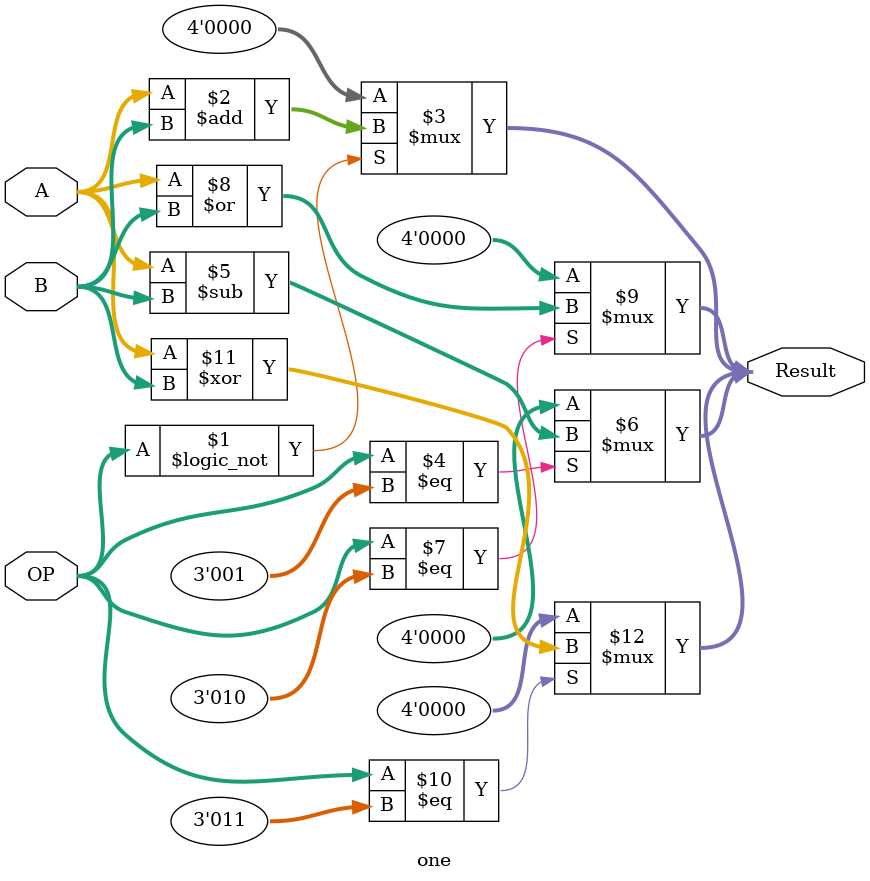
<source format=v>
module one(
input [3:0] A, // 4-bit input A
input [3:0] B, // 4-bit input B
input [2:0] OP, // 3-bit control input for operation selection
output [3:0] Result // 4-bit output
);

// Define ALU operations based on OP
  assign Result = (OP == 3'b000) ? A + B : 4'b0000;
  assign Result = (OP == 3'b001) ? A - B : 4'b0000;
  assign Result = (OP == 3'b010) ? A | B : 4'b0000;
  assign Result = (OP == 3'b011) ? A ^ B : 4'b0000;

endmodule
</source>
